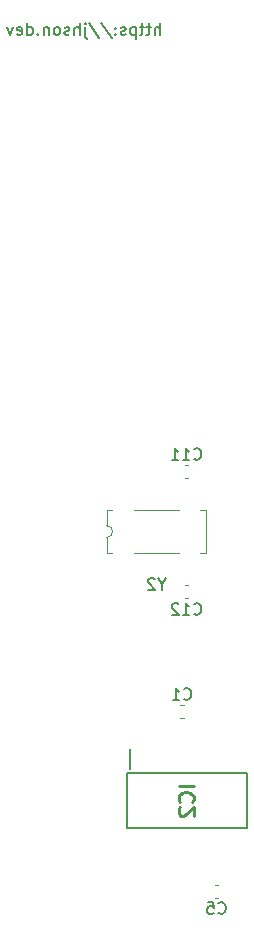
<source format=gbr>
%TF.GenerationSoftware,KiCad,Pcbnew,7.0.9*%
%TF.CreationDate,2023-12-16T00:09:48+09:00*%
%TF.ProjectId,STM32F405_dev_board,53544d33-3246-4343-9035-5f6465765f62,1.0.0*%
%TF.SameCoordinates,Original*%
%TF.FileFunction,Legend,Bot*%
%TF.FilePolarity,Positive*%
%FSLAX46Y46*%
G04 Gerber Fmt 4.6, Leading zero omitted, Abs format (unit mm)*
G04 Created by KiCad (PCBNEW 7.0.9) date 2023-12-16 00:09:48*
%MOMM*%
%LPD*%
G01*
G04 APERTURE LIST*
%ADD10C,0.150000*%
%ADD11C,0.254000*%
%ADD12C,0.200000*%
%ADD13C,0.120000*%
G04 APERTURE END LIST*
D10*
X151428220Y-59559819D02*
X151428220Y-58559819D01*
X150999649Y-59559819D02*
X150999649Y-59036009D01*
X150999649Y-59036009D02*
X151047268Y-58940771D01*
X151047268Y-58940771D02*
X151142506Y-58893152D01*
X151142506Y-58893152D02*
X151285363Y-58893152D01*
X151285363Y-58893152D02*
X151380601Y-58940771D01*
X151380601Y-58940771D02*
X151428220Y-58988390D01*
X150666315Y-58893152D02*
X150285363Y-58893152D01*
X150523458Y-58559819D02*
X150523458Y-59416961D01*
X150523458Y-59416961D02*
X150475839Y-59512200D01*
X150475839Y-59512200D02*
X150380601Y-59559819D01*
X150380601Y-59559819D02*
X150285363Y-59559819D01*
X150094886Y-58893152D02*
X149713934Y-58893152D01*
X149952029Y-58559819D02*
X149952029Y-59416961D01*
X149952029Y-59416961D02*
X149904410Y-59512200D01*
X149904410Y-59512200D02*
X149809172Y-59559819D01*
X149809172Y-59559819D02*
X149713934Y-59559819D01*
X149380600Y-58893152D02*
X149380600Y-59893152D01*
X149380600Y-58940771D02*
X149285362Y-58893152D01*
X149285362Y-58893152D02*
X149094886Y-58893152D01*
X149094886Y-58893152D02*
X148999648Y-58940771D01*
X148999648Y-58940771D02*
X148952029Y-58988390D01*
X148952029Y-58988390D02*
X148904410Y-59083628D01*
X148904410Y-59083628D02*
X148904410Y-59369342D01*
X148904410Y-59369342D02*
X148952029Y-59464580D01*
X148952029Y-59464580D02*
X148999648Y-59512200D01*
X148999648Y-59512200D02*
X149094886Y-59559819D01*
X149094886Y-59559819D02*
X149285362Y-59559819D01*
X149285362Y-59559819D02*
X149380600Y-59512200D01*
X148523457Y-59512200D02*
X148428219Y-59559819D01*
X148428219Y-59559819D02*
X148237743Y-59559819D01*
X148237743Y-59559819D02*
X148142505Y-59512200D01*
X148142505Y-59512200D02*
X148094886Y-59416961D01*
X148094886Y-59416961D02*
X148094886Y-59369342D01*
X148094886Y-59369342D02*
X148142505Y-59274104D01*
X148142505Y-59274104D02*
X148237743Y-59226485D01*
X148237743Y-59226485D02*
X148380600Y-59226485D01*
X148380600Y-59226485D02*
X148475838Y-59178866D01*
X148475838Y-59178866D02*
X148523457Y-59083628D01*
X148523457Y-59083628D02*
X148523457Y-59036009D01*
X148523457Y-59036009D02*
X148475838Y-58940771D01*
X148475838Y-58940771D02*
X148380600Y-58893152D01*
X148380600Y-58893152D02*
X148237743Y-58893152D01*
X148237743Y-58893152D02*
X148142505Y-58940771D01*
X147666314Y-59464580D02*
X147618695Y-59512200D01*
X147618695Y-59512200D02*
X147666314Y-59559819D01*
X147666314Y-59559819D02*
X147713933Y-59512200D01*
X147713933Y-59512200D02*
X147666314Y-59464580D01*
X147666314Y-59464580D02*
X147666314Y-59559819D01*
X147666314Y-58940771D02*
X147618695Y-58988390D01*
X147618695Y-58988390D02*
X147666314Y-59036009D01*
X147666314Y-59036009D02*
X147713933Y-58988390D01*
X147713933Y-58988390D02*
X147666314Y-58940771D01*
X147666314Y-58940771D02*
X147666314Y-59036009D01*
X146475839Y-58512200D02*
X147332981Y-59797914D01*
X145428220Y-58512200D02*
X146285362Y-59797914D01*
X145094886Y-58893152D02*
X145094886Y-59750295D01*
X145094886Y-59750295D02*
X145142505Y-59845533D01*
X145142505Y-59845533D02*
X145237743Y-59893152D01*
X145237743Y-59893152D02*
X145285362Y-59893152D01*
X145094886Y-58559819D02*
X145142505Y-58607438D01*
X145142505Y-58607438D02*
X145094886Y-58655057D01*
X145094886Y-58655057D02*
X145047267Y-58607438D01*
X145047267Y-58607438D02*
X145094886Y-58559819D01*
X145094886Y-58559819D02*
X145094886Y-58655057D01*
X144618696Y-59559819D02*
X144618696Y-58559819D01*
X144190125Y-59559819D02*
X144190125Y-59036009D01*
X144190125Y-59036009D02*
X144237744Y-58940771D01*
X144237744Y-58940771D02*
X144332982Y-58893152D01*
X144332982Y-58893152D02*
X144475839Y-58893152D01*
X144475839Y-58893152D02*
X144571077Y-58940771D01*
X144571077Y-58940771D02*
X144618696Y-58988390D01*
X143761553Y-59512200D02*
X143666315Y-59559819D01*
X143666315Y-59559819D02*
X143475839Y-59559819D01*
X143475839Y-59559819D02*
X143380601Y-59512200D01*
X143380601Y-59512200D02*
X143332982Y-59416961D01*
X143332982Y-59416961D02*
X143332982Y-59369342D01*
X143332982Y-59369342D02*
X143380601Y-59274104D01*
X143380601Y-59274104D02*
X143475839Y-59226485D01*
X143475839Y-59226485D02*
X143618696Y-59226485D01*
X143618696Y-59226485D02*
X143713934Y-59178866D01*
X143713934Y-59178866D02*
X143761553Y-59083628D01*
X143761553Y-59083628D02*
X143761553Y-59036009D01*
X143761553Y-59036009D02*
X143713934Y-58940771D01*
X143713934Y-58940771D02*
X143618696Y-58893152D01*
X143618696Y-58893152D02*
X143475839Y-58893152D01*
X143475839Y-58893152D02*
X143380601Y-58940771D01*
X142761553Y-59559819D02*
X142856791Y-59512200D01*
X142856791Y-59512200D02*
X142904410Y-59464580D01*
X142904410Y-59464580D02*
X142952029Y-59369342D01*
X142952029Y-59369342D02*
X142952029Y-59083628D01*
X142952029Y-59083628D02*
X142904410Y-58988390D01*
X142904410Y-58988390D02*
X142856791Y-58940771D01*
X142856791Y-58940771D02*
X142761553Y-58893152D01*
X142761553Y-58893152D02*
X142618696Y-58893152D01*
X142618696Y-58893152D02*
X142523458Y-58940771D01*
X142523458Y-58940771D02*
X142475839Y-58988390D01*
X142475839Y-58988390D02*
X142428220Y-59083628D01*
X142428220Y-59083628D02*
X142428220Y-59369342D01*
X142428220Y-59369342D02*
X142475839Y-59464580D01*
X142475839Y-59464580D02*
X142523458Y-59512200D01*
X142523458Y-59512200D02*
X142618696Y-59559819D01*
X142618696Y-59559819D02*
X142761553Y-59559819D01*
X141999648Y-58893152D02*
X141999648Y-59559819D01*
X141999648Y-58988390D02*
X141952029Y-58940771D01*
X141952029Y-58940771D02*
X141856791Y-58893152D01*
X141856791Y-58893152D02*
X141713934Y-58893152D01*
X141713934Y-58893152D02*
X141618696Y-58940771D01*
X141618696Y-58940771D02*
X141571077Y-59036009D01*
X141571077Y-59036009D02*
X141571077Y-59559819D01*
X141094886Y-59464580D02*
X141047267Y-59512200D01*
X141047267Y-59512200D02*
X141094886Y-59559819D01*
X141094886Y-59559819D02*
X141142505Y-59512200D01*
X141142505Y-59512200D02*
X141094886Y-59464580D01*
X141094886Y-59464580D02*
X141094886Y-59559819D01*
X140190125Y-59559819D02*
X140190125Y-58559819D01*
X140190125Y-59512200D02*
X140285363Y-59559819D01*
X140285363Y-59559819D02*
X140475839Y-59559819D01*
X140475839Y-59559819D02*
X140571077Y-59512200D01*
X140571077Y-59512200D02*
X140618696Y-59464580D01*
X140618696Y-59464580D02*
X140666315Y-59369342D01*
X140666315Y-59369342D02*
X140666315Y-59083628D01*
X140666315Y-59083628D02*
X140618696Y-58988390D01*
X140618696Y-58988390D02*
X140571077Y-58940771D01*
X140571077Y-58940771D02*
X140475839Y-58893152D01*
X140475839Y-58893152D02*
X140285363Y-58893152D01*
X140285363Y-58893152D02*
X140190125Y-58940771D01*
X139332982Y-59512200D02*
X139428220Y-59559819D01*
X139428220Y-59559819D02*
X139618696Y-59559819D01*
X139618696Y-59559819D02*
X139713934Y-59512200D01*
X139713934Y-59512200D02*
X139761553Y-59416961D01*
X139761553Y-59416961D02*
X139761553Y-59036009D01*
X139761553Y-59036009D02*
X139713934Y-58940771D01*
X139713934Y-58940771D02*
X139618696Y-58893152D01*
X139618696Y-58893152D02*
X139428220Y-58893152D01*
X139428220Y-58893152D02*
X139332982Y-58940771D01*
X139332982Y-58940771D02*
X139285363Y-59036009D01*
X139285363Y-59036009D02*
X139285363Y-59131247D01*
X139285363Y-59131247D02*
X139761553Y-59226485D01*
X138952029Y-58893152D02*
X138713934Y-59559819D01*
X138713934Y-59559819D02*
X138475839Y-58893152D01*
D11*
X154277568Y-123137237D02*
X153007568Y-123137237D01*
X154156615Y-124467714D02*
X154217092Y-124407238D01*
X154217092Y-124407238D02*
X154277568Y-124225809D01*
X154277568Y-124225809D02*
X154277568Y-124104857D01*
X154277568Y-124104857D02*
X154217092Y-123923428D01*
X154217092Y-123923428D02*
X154096139Y-123802476D01*
X154096139Y-123802476D02*
X153975187Y-123741999D01*
X153975187Y-123741999D02*
X153733282Y-123681523D01*
X153733282Y-123681523D02*
X153551853Y-123681523D01*
X153551853Y-123681523D02*
X153309949Y-123741999D01*
X153309949Y-123741999D02*
X153188996Y-123802476D01*
X153188996Y-123802476D02*
X153068044Y-123923428D01*
X153068044Y-123923428D02*
X153007568Y-124104857D01*
X153007568Y-124104857D02*
X153007568Y-124225809D01*
X153007568Y-124225809D02*
X153068044Y-124407238D01*
X153068044Y-124407238D02*
X153128520Y-124467714D01*
X153128520Y-124951523D02*
X153068044Y-125011999D01*
X153068044Y-125011999D02*
X153007568Y-125132952D01*
X153007568Y-125132952D02*
X153007568Y-125435333D01*
X153007568Y-125435333D02*
X153068044Y-125556285D01*
X153068044Y-125556285D02*
X153128520Y-125616761D01*
X153128520Y-125616761D02*
X153249472Y-125677238D01*
X153249472Y-125677238D02*
X153370425Y-125677238D01*
X153370425Y-125677238D02*
X153551853Y-125616761D01*
X153551853Y-125616761D02*
X154277568Y-124891047D01*
X154277568Y-124891047D02*
X154277568Y-125677238D01*
D10*
X154312857Y-108563580D02*
X154360476Y-108611200D01*
X154360476Y-108611200D02*
X154503333Y-108658819D01*
X154503333Y-108658819D02*
X154598571Y-108658819D01*
X154598571Y-108658819D02*
X154741428Y-108611200D01*
X154741428Y-108611200D02*
X154836666Y-108515961D01*
X154836666Y-108515961D02*
X154884285Y-108420723D01*
X154884285Y-108420723D02*
X154931904Y-108230247D01*
X154931904Y-108230247D02*
X154931904Y-108087390D01*
X154931904Y-108087390D02*
X154884285Y-107896914D01*
X154884285Y-107896914D02*
X154836666Y-107801676D01*
X154836666Y-107801676D02*
X154741428Y-107706438D01*
X154741428Y-107706438D02*
X154598571Y-107658819D01*
X154598571Y-107658819D02*
X154503333Y-107658819D01*
X154503333Y-107658819D02*
X154360476Y-107706438D01*
X154360476Y-107706438D02*
X154312857Y-107754057D01*
X153360476Y-108658819D02*
X153931904Y-108658819D01*
X153646190Y-108658819D02*
X153646190Y-107658819D01*
X153646190Y-107658819D02*
X153741428Y-107801676D01*
X153741428Y-107801676D02*
X153836666Y-107896914D01*
X153836666Y-107896914D02*
X153931904Y-107944533D01*
X152979523Y-107754057D02*
X152931904Y-107706438D01*
X152931904Y-107706438D02*
X152836666Y-107658819D01*
X152836666Y-107658819D02*
X152598571Y-107658819D01*
X152598571Y-107658819D02*
X152503333Y-107706438D01*
X152503333Y-107706438D02*
X152455714Y-107754057D01*
X152455714Y-107754057D02*
X152408095Y-107849295D01*
X152408095Y-107849295D02*
X152408095Y-107944533D01*
X152408095Y-107944533D02*
X152455714Y-108087390D01*
X152455714Y-108087390D02*
X153027142Y-108658819D01*
X153027142Y-108658819D02*
X152408095Y-108658819D01*
X156376666Y-133869580D02*
X156424285Y-133917200D01*
X156424285Y-133917200D02*
X156567142Y-133964819D01*
X156567142Y-133964819D02*
X156662380Y-133964819D01*
X156662380Y-133964819D02*
X156805237Y-133917200D01*
X156805237Y-133917200D02*
X156900475Y-133821961D01*
X156900475Y-133821961D02*
X156948094Y-133726723D01*
X156948094Y-133726723D02*
X156995713Y-133536247D01*
X156995713Y-133536247D02*
X156995713Y-133393390D01*
X156995713Y-133393390D02*
X156948094Y-133202914D01*
X156948094Y-133202914D02*
X156900475Y-133107676D01*
X156900475Y-133107676D02*
X156805237Y-133012438D01*
X156805237Y-133012438D02*
X156662380Y-132964819D01*
X156662380Y-132964819D02*
X156567142Y-132964819D01*
X156567142Y-132964819D02*
X156424285Y-133012438D01*
X156424285Y-133012438D02*
X156376666Y-133060057D01*
X155471904Y-132964819D02*
X155948094Y-132964819D01*
X155948094Y-132964819D02*
X155995713Y-133441009D01*
X155995713Y-133441009D02*
X155948094Y-133393390D01*
X155948094Y-133393390D02*
X155852856Y-133345771D01*
X155852856Y-133345771D02*
X155614761Y-133345771D01*
X155614761Y-133345771D02*
X155519523Y-133393390D01*
X155519523Y-133393390D02*
X155471904Y-133441009D01*
X155471904Y-133441009D02*
X155424285Y-133536247D01*
X155424285Y-133536247D02*
X155424285Y-133774342D01*
X155424285Y-133774342D02*
X155471904Y-133869580D01*
X155471904Y-133869580D02*
X155519523Y-133917200D01*
X155519523Y-133917200D02*
X155614761Y-133964819D01*
X155614761Y-133964819D02*
X155852856Y-133964819D01*
X155852856Y-133964819D02*
X155948094Y-133917200D01*
X155948094Y-133917200D02*
X155995713Y-133869580D01*
X153455666Y-115769580D02*
X153503285Y-115817200D01*
X153503285Y-115817200D02*
X153646142Y-115864819D01*
X153646142Y-115864819D02*
X153741380Y-115864819D01*
X153741380Y-115864819D02*
X153884237Y-115817200D01*
X153884237Y-115817200D02*
X153979475Y-115721961D01*
X153979475Y-115721961D02*
X154027094Y-115626723D01*
X154027094Y-115626723D02*
X154074713Y-115436247D01*
X154074713Y-115436247D02*
X154074713Y-115293390D01*
X154074713Y-115293390D02*
X154027094Y-115102914D01*
X154027094Y-115102914D02*
X153979475Y-115007676D01*
X153979475Y-115007676D02*
X153884237Y-114912438D01*
X153884237Y-114912438D02*
X153741380Y-114864819D01*
X153741380Y-114864819D02*
X153646142Y-114864819D01*
X153646142Y-114864819D02*
X153503285Y-114912438D01*
X153503285Y-114912438D02*
X153455666Y-114960057D01*
X152503285Y-115864819D02*
X153074713Y-115864819D01*
X152788999Y-115864819D02*
X152788999Y-114864819D01*
X152788999Y-114864819D02*
X152884237Y-115007676D01*
X152884237Y-115007676D02*
X152979475Y-115102914D01*
X152979475Y-115102914D02*
X153074713Y-115150533D01*
X151606190Y-106078628D02*
X151606190Y-106554819D01*
X151939523Y-105554819D02*
X151606190Y-106078628D01*
X151606190Y-106078628D02*
X151272857Y-105554819D01*
X150987142Y-105650057D02*
X150939523Y-105602438D01*
X150939523Y-105602438D02*
X150844285Y-105554819D01*
X150844285Y-105554819D02*
X150606190Y-105554819D01*
X150606190Y-105554819D02*
X150510952Y-105602438D01*
X150510952Y-105602438D02*
X150463333Y-105650057D01*
X150463333Y-105650057D02*
X150415714Y-105745295D01*
X150415714Y-105745295D02*
X150415714Y-105840533D01*
X150415714Y-105840533D02*
X150463333Y-105983390D01*
X150463333Y-105983390D02*
X151034761Y-106554819D01*
X151034761Y-106554819D02*
X150415714Y-106554819D01*
X154312857Y-95449580D02*
X154360476Y-95497200D01*
X154360476Y-95497200D02*
X154503333Y-95544819D01*
X154503333Y-95544819D02*
X154598571Y-95544819D01*
X154598571Y-95544819D02*
X154741428Y-95497200D01*
X154741428Y-95497200D02*
X154836666Y-95401961D01*
X154836666Y-95401961D02*
X154884285Y-95306723D01*
X154884285Y-95306723D02*
X154931904Y-95116247D01*
X154931904Y-95116247D02*
X154931904Y-94973390D01*
X154931904Y-94973390D02*
X154884285Y-94782914D01*
X154884285Y-94782914D02*
X154836666Y-94687676D01*
X154836666Y-94687676D02*
X154741428Y-94592438D01*
X154741428Y-94592438D02*
X154598571Y-94544819D01*
X154598571Y-94544819D02*
X154503333Y-94544819D01*
X154503333Y-94544819D02*
X154360476Y-94592438D01*
X154360476Y-94592438D02*
X154312857Y-94640057D01*
X153360476Y-95544819D02*
X153931904Y-95544819D01*
X153646190Y-95544819D02*
X153646190Y-94544819D01*
X153646190Y-94544819D02*
X153741428Y-94687676D01*
X153741428Y-94687676D02*
X153836666Y-94782914D01*
X153836666Y-94782914D02*
X153931904Y-94830533D01*
X152408095Y-95544819D02*
X152979523Y-95544819D01*
X152693809Y-95544819D02*
X152693809Y-94544819D01*
X152693809Y-94544819D02*
X152789047Y-94687676D01*
X152789047Y-94687676D02*
X152884285Y-94782914D01*
X152884285Y-94782914D02*
X152979523Y-94830533D01*
D12*
%TO.C,IC2*%
X148603250Y-122077000D02*
X148603250Y-126677000D01*
X148603250Y-126677000D02*
X158803250Y-126677000D01*
X158803250Y-126677000D02*
X158803250Y-122077000D01*
X158803250Y-122077000D02*
X148603250Y-122077000D01*
X148903250Y-120002000D02*
X148903250Y-121727000D01*
D13*
%TO.C,C12*%
X153816267Y-107190000D02*
X153523733Y-107190000D01*
X153816267Y-106170000D02*
X153523733Y-106170000D01*
%TO.C,C5*%
X156063733Y-131570000D02*
X156356267Y-131570000D01*
X156063733Y-132590000D02*
X156356267Y-132590000D01*
%TO.C,C1*%
X153435267Y-117350000D02*
X153142733Y-117350000D01*
X153435267Y-116330000D02*
X153142733Y-116330000D01*
%TO.C,Y2*%
X146930000Y-99800000D02*
X146930000Y-101100000D01*
X146930000Y-99800000D02*
X147400000Y-99800000D01*
X146930000Y-102100000D02*
X146930000Y-103400000D01*
X146930000Y-103400000D02*
X147400000Y-103400000D01*
X149230000Y-103400000D02*
X153030000Y-103400000D01*
X153030000Y-99800000D02*
X149230000Y-99800000D01*
X154860000Y-103400000D02*
X155330000Y-103400000D01*
X155330000Y-99800000D02*
X154860000Y-99800000D01*
X155330000Y-103400000D02*
X155330000Y-99800000D01*
X146930000Y-102100000D02*
G75*
G03*
X146930000Y-101100000I0J500000D01*
G01*
%TO.C,C11*%
X153816267Y-97030000D02*
X153523733Y-97030000D01*
X153816267Y-96010000D02*
X153523733Y-96010000D01*
%TD*%
M02*

</source>
